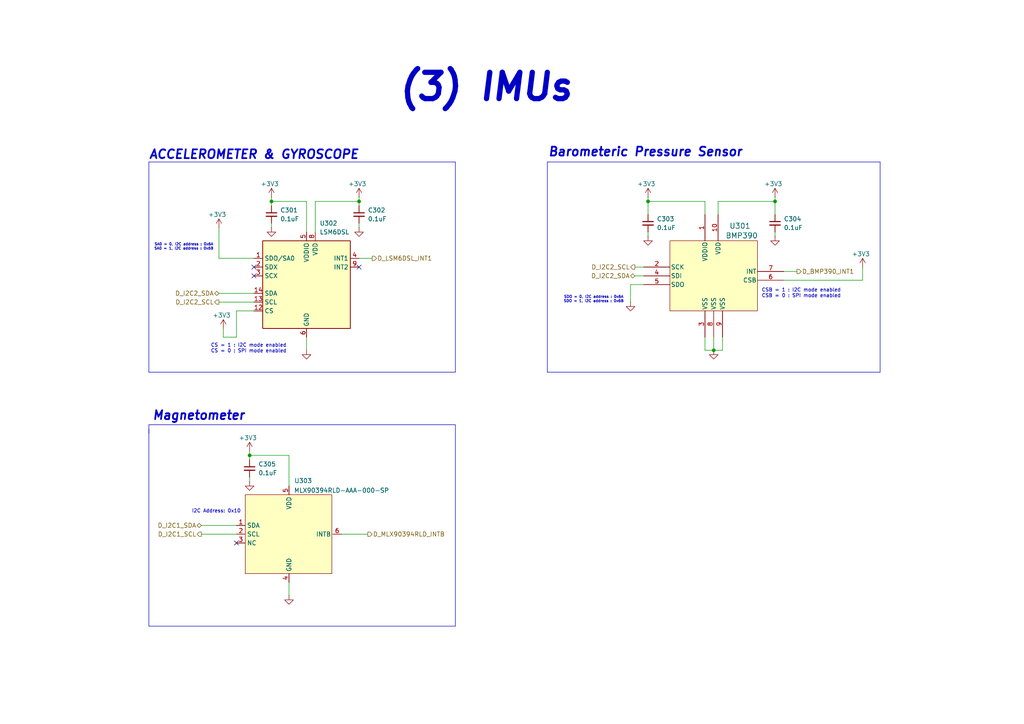
<source format=kicad_sch>
(kicad_sch (version 20250114) (generator "eeschema") (generator_version "9.0")
  (paper "A4")
  (title_block (title "Udayate") (date "2025-08-24") (rev "1") (comment 2 "LICENSE: CERN-OHL-S-2.0") (comment 4 "LICENSE: CERN-OHL-S-2.0"))
  (lib_symbols
    (symbol "BMP390:BMP390" (pin_names (offset 0.254))
      (property "Reference" "U" (at 24.384 10.16 0))
      (property "Value" "BMP390" (at 28.194 6.35 0))
      (symbol "BMP390_0_1"
        (pin input line (at 0 -2.54 0) (length 7.62) (name "SCK") (number "2"))
        (pin bidirectional line (at 0 -5.08 0) (length 7.62) (name "SDI") (number "4"))
        (pin bidirectional line (at 0 -7.62 0) (length 7.62) (name "SDO") (number "5"))
        (pin power_in line (at 17.78 12.7 270) (length 7.62) (name "VDDIO") (number "1"))
        (pin power_in line (at 17.78 -22.86 90) (length 7.62) (name "VSS") (number "3"))
        (pin power_in line (at 20.32 -22.86 90) (length 7.62) (name "VSS") (number "8"))
        (pin power_in line (at 21.59 12.7 270) (length 7.62) (name "VDD") (number "10"))
        (pin power_in line (at 22.86 -22.86 90) (length 7.62) (name "VSS") (number "9"))
        (pin input line (at 40.64 -3.81 180) (length 7.62) (name "INT") (number "7"))
        (pin input line (at 40.64 -6.35 180) (length 7.62) (name "CSB") (number "6"))
      )
      (symbol "BMP390_1_1"
        (rectangle (start 7.62 5.08) (end 33.02 -15.24) (fill (type background)))
      )
    )
    (symbol "Device:C_Small" (pin_numbers (hide yes)) (pin_names (offset 0.254) (hide yes))
      (property "Reference" "C" (at 0.254 1.778 0))
      (property "Value" "C_Small" (at 0.254 -2.032 0))
      (symbol "C_Small_0_1"
        (polyline (pts (xy -1.524 0.508) (xy 1.524 0.508)) (stroke (width 0.3048)))
        (polyline (pts (xy -1.524 -0.508) (xy 1.524 -0.508)) (stroke (width 0.3302)))
      )
      (symbol "C_Small_1_1"
        (pin passive line (at 0 2.54 270) (length 2.032) (name "~") (number "1"))
        (pin passive line (at 0 -2.54 90) (length 2.032) (name "~") (number "2"))
      )
    )
    (symbol "MLX90394RLD:MLX90394RLD-AAA-000-SP"
      (property "Reference" "U" (at 2.286 14.986 0))
      (property "Value" "MLX90394RLD-AAA-000-SP" (at 15.24 12.7 0))
      (property "Footprint" "MLX90394RLD:MLX90394RLD" (at 0 0 0))
      (symbol "MLX90394RLD-AAA-000-SP_0_0"
        (pin bidirectional line (at -15.24 2.54 0) (length 2.54) (name "SDA") (number "1"))
        (pin input line (at -15.24 0 0) (length 2.54) (name "SCL") (number "2"))
        (pin passive line (at -15.24 -2.54 0) (length 2.54) (name "NC") (number "3"))
        (pin power_in line (at 0 13.97 270) (length 2.54) (name "VDD") (number "5"))
        (pin power_in line (at 0 -13.97 90) (length 2.54) (name "GND") (number "4"))
        (pin bidirectional line (at 15.24 0 180) (length 2.54) (name "INTB") (number "6"))
      )
      (symbol "MLX90394RLD-AAA-000-SP_0_1"
        (rectangle (start -12.6999 11.4299) (end 12.446 -11.43) (fill (type background)))
      )
    )
    (symbol "Sensor_Motion:LSM6DSL"
      (property "Reference" "U" (at -11.43 15.24 0))
      (property "Value" "LSM6DSL" (at -11.43 12.7 0))
      (symbol "LSM6DSL_0_1"
        (rectangle (start -12.7 12.7) (end 12.7 -12.7) (stroke (width 0.254)) (fill (type background)))
      )
      (symbol "LSM6DSL_1_1"
        (pin bidirectional line (at -15.24 7.62 0) (length 2.54) (name "SDO/SA0") (number "1"))
        (pin bidirectional line (at -15.24 5.08 0) (length 2.54) (name "SDX") (number "2"))
        (pin input line (at -15.24 2.54 0) (length 2.54) (name "SCX") (number "3"))
        (pin bidirectional line (at -15.24 -2.54 0) (length 2.54) (name "SDA") (number "14"))
        (pin input line (at -15.24 -5.08 0) (length 2.54) (name "SCL") (number "13"))
        (pin input line (at -15.24 -7.62 0) (length 2.54) (name "CS") (number "12"))
        (pin power_in line (at 0 15.24 270) (length 2.54) (name "VDDIO") (number "5"))
        (pin power_in line (at 0 -15.24 90) (length 2.54) (name "GND") (number "6"))
        (pin passive line (at 0 -15.24 90) (length 2.54) (hide yes) (name "GND") (number "7"))
        (pin power_in line (at 2.54 15.24 270) (length 2.54) (name "VDD") (number "8"))
        (pin no_connect line (at 12.7 -2.54 180) (length 3.81) (hide yes) (name "NC") (number "11"))
        (pin no_connect line (at 12.7 -5.08 180) (length 3.81) (hide yes) (name "NC") (number "10"))
        (pin output line (at 15.24 7.62 180) (length 2.54) (name "INT1") (number "4"))
        (pin output line (at 15.24 5.08 180) (length 2.54) (name "INT2") (number "9"))
      )
    )
    (symbol "power:+3V3" (power) (pin_numbers (hide yes)) (pin_names (offset 0) (hide yes))
      (property "Value" "+3V3" (at 0 3.556 0))
      (symbol "+3V3_0_1"
        (polyline (pts (xy -0.762 1.27) (xy 0 2.54)))
        (polyline (pts (xy 0 2.54) (xy 0.762 1.27)))
        (polyline (pts (xy 0 0) (xy 0 2.54)))
      )
      (symbol "+3V3_1_1"
        (pin power_in line (at 0 0 90) (length 0) (name "~") (number "1"))
      )
    )
    (symbol "power:GND" (power) (pin_numbers (hide yes)) (pin_names (offset 0) (hide yes))
      (property "Value" "GND" (at 0 -3.81 0))
      (symbol "GND_0_1"
        (polyline (pts (xy 0 0) (xy 0 -1.27) (xy 1.27 -1.27) (xy 0 -2.54) (xy -1.27 -1.27) (xy 0 -1.27)))
      )
      (symbol "GND_1_1"
        (pin power_in line (at 0 0 270) (length 0) (name "~") (number "1"))
      )
    )
  )
  (text "CSB = 1 : I2C mode enabled\nCSB = 0 : SPI mode enabled" (at 232.41 85.09 0) (effects (font (size 1.016 1.016))))
  (text "(3) IMUs" (at 140.97 25.4 0) (effects (font (size 7.62 7.62) (thickness 1.524) (bold yes) (italic yes))))
  (text "Magnetometer" (at 57.658 120.65 0) (effects (font (size 2.54 2.54) (thickness 0.508) (bold yes) (italic yes))))
  (text "SDO = 0, I2C address : 0x6A\nSDO = 1, I2C address : 0x6B" (at 172.212 86.868 0) (effects (font (size 0.762 0.762))))
  (text "SA0 = 0, I2C address : 0x6A\nSA0 = 1, I2C address : 0x6B" (at 53.34 71.628 0) (effects (font (size 0.762 0.762))))
  (text "CS = 1 : I2C mode enabled\nCS = 0 : SPI mode enabled" (at 72.136 101.092 0) (effects (font (size 1.016 1.016))))
  (text "I2C Address: 0x10" (at 62.738 148.336 0) (effects (font (size 1.016 1.016))))
  (text "Barometeric Pressure Sensor" (at 187.198 44.196 0) (effects (font (size 2.54 2.54) (thickness 0.508) (bold yes) (italic yes))))
  (text "ACCELEROMETER & GYROSCOPE" (at 73.66 44.958 0) (effects (font (size 2.54 2.54) (thickness 0.508) (bold yes) (italic yes))))
  (junction (at 207.01 101.6))
  (junction (at 72.39 132.08))
  (junction (at 78.74 58.42))
  (junction (at 104.14 58.42))
  (junction (at 187.96 58.42))
  (junction (at 224.79 58.42))
  (no_connect (at 73.66 77.47))
  (no_connect (at 104.14 77.47))
  (no_connect (at 68.58 157.48))
  (no_connect (at 73.66 80.01))
  (polyline (pts (xy 158.75 46.99) (xy 158.75 107.95)))
  (wire (pts (xy 227.33 81.28) (xy 250.19 81.28)))
  (wire (pts (xy 187.96 58.42) (xy 187.96 62.23)))
  (polyline (pts (xy 158.75 46.99) (xy 255.27 46.99)))
  (wire (pts (xy 204.47 97.79) (xy 204.47 101.6)))
  (wire (pts (xy 182.88 82.55) (xy 182.88 87.63)))
  (wire (pts (xy 58.42 154.94) (xy 68.58 154.94)))
  (wire (pts (xy 104.14 64.77) (xy 104.14 66.04)))
  (wire (pts (xy 63.5 66.04) (xy 63.5 74.93)))
  (wire (pts (xy 187.96 68.58) (xy 187.96 67.31)))
  (wire (pts (xy 68.58 97.79) (xy 68.58 90.17)))
  (polyline (pts (xy 132.08 123.19) (xy 43.18 123.19)))
  (wire (pts (xy 78.74 64.77) (xy 78.74 66.04)))
  (wire (pts (xy 63.5 87.63) (xy 73.66 87.63)))
  (wire (pts (xy 104.14 58.42) (xy 91.44 58.42)))
  (wire (pts (xy 104.14 59.69) (xy 104.14 58.42)))
  (wire (pts (xy 83.82 140.97) (xy 83.82 132.08)))
  (wire (pts (xy 78.74 59.69) (xy 78.74 58.42)))
  (polyline (pts (xy 43.18 46.99) (xy 43.18 107.95)))
  (wire (pts (xy 72.39 130.81) (xy 72.39 132.08)))
  (wire (pts (xy 187.96 58.42) (xy 204.47 58.42)))
  (wire (pts (xy 250.19 77.47) (xy 250.19 81.28)))
  (polyline (pts (xy 43.18 107.95) (xy 132.08 107.95)))
  (wire (pts (xy 63.5 85.09) (xy 73.66 85.09)))
  (wire (pts (xy 64.77 95.25) (xy 64.77 97.79)))
  (wire (pts (xy 224.79 67.31) (xy 224.79 68.58)))
  (wire (pts (xy 88.9 58.42) (xy 88.9 67.31)))
  (wire (pts (xy 88.9 97.79) (xy 88.9 101.6)))
  (polyline (pts (xy 43.18 46.99) (xy 132.08 46.99)))
  (wire (pts (xy 204.47 101.6) (xy 207.01 101.6)))
  (wire (pts (xy 207.01 97.79) (xy 207.01 101.6)))
  (wire (pts (xy 91.44 58.42) (xy 91.44 67.31)))
  (wire (pts (xy 78.74 58.42) (xy 78.74 57.15)))
  (polyline (pts (xy 132.08 107.95) (xy 132.08 46.99)))
  (wire (pts (xy 184.15 80.01) (xy 186.69 80.01)))
  (wire (pts (xy 78.74 58.42) (xy 88.9 58.42)))
  (polyline (pts (xy 132.08 181.61) (xy 132.08 123.19)))
  (wire (pts (xy 208.28 62.23) (xy 208.28 58.42)))
  (wire (pts (xy 83.82 168.91) (xy 83.82 172.72)))
  (wire (pts (xy 204.47 58.42) (xy 204.47 62.23)))
  (polyline (pts (xy 43.18 123.19) (xy 43.18 125.73)))
  (wire (pts (xy 207.01 101.6) (xy 209.55 101.6)))
  (wire (pts (xy 187.96 57.15) (xy 187.96 58.42)))
  (wire (pts (xy 104.14 58.42) (xy 104.14 57.15)))
  (wire (pts (xy 209.55 97.79) (xy 209.55 101.6)))
  (wire (pts (xy 58.42 152.4) (xy 68.58 152.4)))
  (polyline (pts (xy 43.18 124.46) (xy 43.18 181.61)))
  (wire (pts (xy 224.79 58.42) (xy 224.79 62.23)))
  (wire (pts (xy 99.06 154.94) (xy 106.68 154.94)))
  (wire (pts (xy 208.28 58.42) (xy 224.79 58.42)))
  (polyline (pts (xy 255.27 107.95) (xy 255.27 46.99)))
  (wire (pts (xy 64.77 97.79) (xy 68.58 97.79)))
  (wire (pts (xy 72.39 132.08) (xy 72.39 133.35)))
  (wire (pts (xy 231.14 78.74) (xy 227.33 78.74)))
  (wire (pts (xy 63.5 74.93) (xy 73.66 74.93)))
  (polyline (pts (xy 43.18 181.61) (xy 132.08 181.61)))
  (wire (pts (xy 107.95 74.93) (xy 104.14 74.93)))
  (wire (pts (xy 72.39 138.43) (xy 72.39 139.7)))
  (wire (pts (xy 68.58 90.17) (xy 73.66 90.17)))
  (wire (pts (xy 83.82 132.08) (xy 72.39 132.08)))
  (wire (pts (xy 184.15 77.47) (xy 186.69 77.47)))
  (wire (pts (xy 186.69 82.55) (xy 182.88 82.55)))
  (polyline (pts (xy 158.75 107.95) (xy 255.27 107.95)))
  (wire (pts (xy 224.79 57.15) (xy 224.79 58.42)))
  (hierarchical_label "D_I2C2_SDA" (shape bidirectional) (at 184.15 80.01 180))
  (hierarchical_label "D_I2C2_SCL" (shape output) (at 184.15 77.47 180))
  (hierarchical_label "D_I2C2_SDA" (shape bidirectional) (at 63.5 85.09 180))
  (hierarchical_label "D_I2C2_SCL" (shape output) (at 63.5 87.63 180))
  (hierarchical_label "D_I2C1_SDA" (shape bidirectional) (at 58.42 152.4 180))
  (hierarchical_label "D_I2C1_SCL" (shape output) (at 58.42 154.94 180))
  (hierarchical_label "D_LSM6DSL_INT1" (shape output) (at 107.95 74.93 0))
  (hierarchical_label "D_BMP390_INT1" (shape output) (at 231.14 78.74 0))
  (hierarchical_label "D_MLX90394RLD_INTB" (shape output) (at 106.68 154.94 0))
  (symbol (lib_id "BMP390:BMP390") (at 186.69 74.93 0) (unit 1)
    (property "Reference" "U301" (at 214.63 65.532 0) (effects (font (size 1.524 1.524))))
    (property "Value" "BMP390" (at 215.138 68.326 0) (effects (font (size 1.524 1.524))))
    (property "Footprint" "BMP390:10LGA_2X2X0p75_BOS" (effects (hide yes)))
    (property "Description" "Barometric pressure sensor" (effects (hide yes)))
    (property "MPN" "BMP390" (effects (hide yes)))
    (property "Manufacturer" "Bosch" (effects (hide yes)))
  )
  (symbol (lib_id "power:GND") (at 83.82 172.72 0) (unit 1)
    (property "Reference" "#PWR0317" (effects (hide yes)))
    (property "Value" "GND" (effects (hide yes)))
    (property "Description" "Power symbol creates a global label with name \"GND\" , ground" (effects (hide yes)))
  )
  (symbol (lib_id "power:GND") (at 78.74 66.04 0) (unit 1)
    (property "Reference" "#PWR0306" (effects (hide yes)))
    (property "Value" "GND" (effects (hide yes)))
    (property "Description" "Power symbol creates a global label with name \"GND\" , ground" (effects (hide yes)))
  )
  (symbol (lib_id "power:+3V3") (at 63.5 66.04 0) (unit 1)
    (property "Reference" "#PWR0305" (effects (hide yes)))
    (property "Value" "+3V3" (at 62.992 62.23 0))
    (property "Description" "Power symbol creates a global label with name \"+3V3\"" (effects (hide yes)))
  )
  (symbol (lib_id "power:GND") (at 104.14 66.04 0) (unit 1)
    (property "Reference" "#PWR0307" (effects (hide yes)))
    (property "Value" "GND" (effects (hide yes)))
    (property "Description" "Power symbol creates a global label with name \"GND\" , ground" (effects (hide yes)))
  )
  (symbol (lib_id "power:+3V3") (at 104.14 57.15 0) (unit 1)
    (property "Reference" "#PWR0302" (effects (hide yes)))
    (property "Value" "+3V3" (at 103.632 53.34 0))
    (property "Description" "Power symbol creates a global label with name \"+3V3\"" (effects (hide yes)))
  )
  (symbol (lib_id "power:GND") (at 207.01 101.6 0) (unit 1)
    (property "Reference" "#PWR0314" (effects (hide yes)))
    (property "Value" "GND" (effects (hide yes)))
    (property "Description" "Power symbol creates a global label with name \"GND\" , ground" (effects (hide yes)))
  )
  (symbol (lib_id "power:GND") (at 88.9 101.6 0) (unit 1)
    (property "Reference" "#PWR0313" (effects (hide yes)))
    (property "Value" "GND" (effects (hide yes)))
    (property "Description" "Power symbol creates a global label with name \"GND\" , ground" (effects (hide yes)))
  )
  (symbol (lib_id "power:+3V3") (at 64.77 95.25 0) (unit 1)
    (property "Reference" "#PWR0312" (effects (hide yes)))
    (property "Value" "+3V3" (at 64.262 91.44 0))
    (property "Description" "Power symbol creates a global label with name \"+3V3\"" (effects (hide yes)))
  )
  (symbol (lib_id "Device:C_Small") (at 72.39 135.89 0) (unit 1)
    (property "Reference" "C305" (at 74.93 134.6262 0) (effects (justify left)))
    (property "Value" "0.1uF" (at 74.93 137.1662 0) (effects (justify left)))
    (property "Footprint" "Capacitor_SMD:C_0603_1608Metric_Pad1.08x0.95mm_HandSolder" (effects (hide yes)))
    (property "Description" "Unpolarized capacitor, small symbol" (effects (hide yes)))
    (property "MPN" "C1608X5R1H104K080AA" (effects (hide yes)))
    (property "Manufacturer" "TDK" (effects (hide yes)))
  )
  (symbol (lib_id "power:GND") (at 182.88 87.63 0) (unit 1)
    (property "Reference" "#PWR0311" (effects (hide yes)))
    (property "Value" "GND" (effects (hide yes)))
    (property "Description" "Power symbol creates a global label with name \"GND\" , ground" (effects (hide yes)))
  )
  (symbol (lib_id "Device:C_Small") (at 104.14 62.23 0) (unit 1)
    (property "Reference" "C302" (at 106.68 60.9662 0) (effects (justify left)))
    (property "Value" "0.1uF" (at 106.68 63.5062 0) (effects (justify left)))
    (property "Footprint" "Capacitor_SMD:C_0603_1608Metric_Pad1.08x0.95mm_HandSolder" (effects (hide yes)))
    (property "Description" "Unpolarized capacitor, small symbol" (effects (hide yes)))
    (property "MPN" "C1608X5R1H104K080AA" (effects (hide yes)))
    (property "Manufacturer" "TDK" (effects (hide yes)))
  )
  (symbol (lib_id "power:+3V3") (at 250.19 77.47 0) (unit 1)
    (property "Reference" "#PWR0310" (effects (hide yes)))
    (property "Value" "+3V3" (at 249.682 73.66 0))
    (property "Description" "Power symbol creates a global label with name \"+3V3\"" (effects (hide yes)))
  )
  (symbol (lib_id "Device:C_Small") (at 187.96 64.77 0) (unit 1)
    (property "Reference" "C303" (at 190.5 63.5062 0) (effects (justify left)))
    (property "Value" "0.1uF" (at 190.5 66.0462 0) (effects (justify left)))
    (property "Footprint" "Capacitor_SMD:C_0603_1608Metric_Pad1.08x0.95mm_HandSolder" (effects (hide yes)))
    (property "Description" "Unpolarized capacitor, small symbol" (effects (hide yes)))
    (property "MPN" "C1608X5R1H104K080AA" (effects (hide yes)))
    (property "Manufacturer" "TDK" (effects (hide yes)))
  )
  (symbol (lib_id "power:+3V3") (at 78.74 57.15 0) (unit 1)
    (property "Reference" "#PWR0301" (effects (hide yes)))
    (property "Value" "+3V3" (at 78.232 53.34 0))
    (property "Description" "Power symbol creates a global label with name \"+3V3\"" (effects (hide yes)))
  )
  (symbol (lib_id "power:GND") (at 72.39 139.7 0) (unit 1)
    (property "Reference" "#PWR0316" (effects (hide yes)))
    (property "Value" "GND" (effects (hide yes)))
    (property "Description" "Power symbol creates a global label with name \"GND\" , ground" (effects (hide yes)))
  )
  (symbol (lib_id "power:+3V3") (at 72.39 130.81 0) (unit 1)
    (property "Reference" "#PWR0315" (effects (hide yes)))
    (property "Value" "+3V3" (at 71.882 127 0))
    (property "Description" "Power symbol creates a global label with name \"+3V3\"" (effects (hide yes)))
  )
  (symbol (lib_id "Device:C_Small") (at 78.74 62.23 0) (unit 1)
    (property "Reference" "C301" (at 81.28 60.9662 0) (effects (justify left)))
    (property "Value" "0.1uF" (at 81.28 63.5062 0) (effects (justify left)))
    (property "Footprint" "Capacitor_SMD:C_0603_1608Metric_Pad1.08x0.95mm_HandSolder" (effects (hide yes)))
    (property "Description" "Unpolarized capacitor, small symbol" (effects (hide yes)))
    (property "MPN" "C1608X5R1H104K080AA" (effects (hide yes)))
    (property "Manufacturer" "TDK" (effects (hide yes)))
  )
  (symbol (lib_id "power:GND") (at 187.96 68.58 0) (unit 1)
    (property "Reference" "#PWR0308" (effects (hide yes)))
    (property "Value" "GND" (effects (hide yes)))
    (property "Description" "Power symbol creates a global label with name \"GND\" , ground" (effects (hide yes)))
  )
  (symbol (lib_id "Sensor_Motion:LSM6DSL") (at 88.9 82.55 0) (unit 1)
    (property "Reference" "U302" (at 92.71 64.77 0) (effects (justify left)))
    (property "Value" "LSM6DSL" (at 92.71 67.31 0) (effects (justify left)))
    (property "Footprint" "Package_LGA:LGA-14_3x2.5mm_P0.5mm_LayoutBorder3x4y" (effects (hide yes)))
    (property "Datasheet" "https://www.st.com/resource/en/datasheet/lsm6dsl.pdf" (effects (hide yes)))
    (property "Description" "I2C/SPI, iNEMO inertial module: always-on 3D accelerometer and 3D gyroscope, 1.71V to 3.6V VCC" (effects (hide yes)))
    (property "MPN" "LSM6DSL" (effects (hide yes)))
    (property "Manufacturer" "STMicroelectronics" (effects (hide yes)))
  )
  (symbol (lib_id "power:GND") (at 224.79 68.58 0) (unit 1)
    (property "Reference" "#PWR0309" (effects (hide yes)))
    (property "Value" "GND" (effects (hide yes)))
    (property "Description" "Power symbol creates a global label with name \"GND\" , ground" (effects (hide yes)))
  )
  (symbol (lib_id "power:+3V3") (at 224.79 57.15 0) (unit 1)
    (property "Reference" "#PWR0304" (effects (hide yes)))
    (property "Value" "+3V3" (at 224.282 53.34 0))
    (property "Description" "Power symbol creates a global label with name \"+3V3\"" (effects (hide yes)))
  )
  (symbol (lib_id "MLX90394RLD:MLX90394RLD-AAA-000-SP") (at 83.82 154.94 0) (unit 1)
    (property "Reference" "U303" (at 85.344 139.446 0) (effects (justify left)))
    (property "Value" "MLX90394RLD-AAA-000-SP" (at 99.06 142.24 0))
    (property "Footprint" "MLX90394RLD:MLX90394RLD" (effects (hide yes)))
    (property "Description" "3 axis hall effect magnetometer" (effects (hide yes)))
    (property "MPN" "MLX90394RLD-AAA-000-SP" (effects (hide yes)))
    (property "Manufacturer" "Melexis" (effects (hide yes)))
  )
  (symbol (lib_id "power:+3V3") (at 187.96 57.15 0) (unit 1)
    (property "Reference" "#PWR0303" (effects (hide yes)))
    (property "Value" "+3V3" (at 187.452 53.34 0))
    (property "Description" "Power symbol creates a global label with name \"+3V3\"" (effects (hide yes)))
  )
  (symbol (lib_id "Device:C_Small") (at 224.79 64.77 0) (unit 1)
    (property "Reference" "C304" (at 227.33 63.5062 0) (effects (justify left)))
    (property "Value" "0.1uF" (at 227.33 66.0462 0) (effects (justify left)))
    (property "Footprint" "Capacitor_SMD:C_0603_1608Metric_Pad1.08x0.95mm_HandSolder" (effects (hide yes)))
    (property "Description" "Unpolarized capacitor, small symbol" (effects (hide yes)))
    (property "MPN" "C1608X5R1H104K080AA" (effects (hide yes)))
    (property "Manufacturer" "TDK" (effects (hide yes)))
  )
)
</source>
